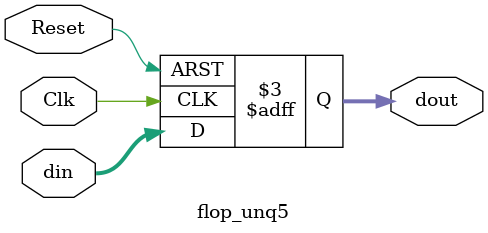
<source format=sv>

/* *****************************************************************************
 * File: flop.vp
 * 
 * Description:
 * Genesis2 flip-flop generator.
 * 
 * Required Genesis2 Controlable Parameters:
 * * Type		- Constant, Flop, RFlop, EFlop, or REFlop
 * * Width		- integer value specifying register width
 * * Default		- default value for the flop 
 *			 (only applies when flop_type=constant|rflop|reflop)
 * * SyncMode		- Sync or ASync flop * Change bar:
 * 
 * 
 * -----------
 * Date          Author   Description
 * Mar 30, 2010  shacham  init version  --  
 * May 20, 2014  jingpu   Add Async mode, change to active low reset
 * 
 * ****************************************************************************/


/*******************************************************************************
 * REQUIRED PARAMETERIZATION
 ******************************************************************************/
// Type (_GENESIS2_INHERITANCE_PRIORITY_) = RFlop
//
// Default (_GENESIS2_INHERITANCE_PRIORITY_) = 0
//
// Width (_GENESIS2_INHERITANCE_PRIORITY_) = 48
//
// SyncMode (_GENESIS2_DECLARATION_PRIORITY_) = ASync
//

module flop_unq5(
	       //inputs
	       input wire logic 		   Clk,
	       input wire logic [47:0]  din,
	       input wire logic 		   Reset,

	       //outputs
	       output logic [47:0] dout
	       );


   /* synopsys dc_tcl_script_begin
    set_dont_retime [current_design] true
    set_optimize_registers false -design [current_design]
    */
   


   always_ff @(posedge Clk or negedge Reset) begin
      if (!Reset) 
	dout <= 48'h0;
      else
	dout <= din; 
   end
   

endmodule : flop_unq5

</source>
